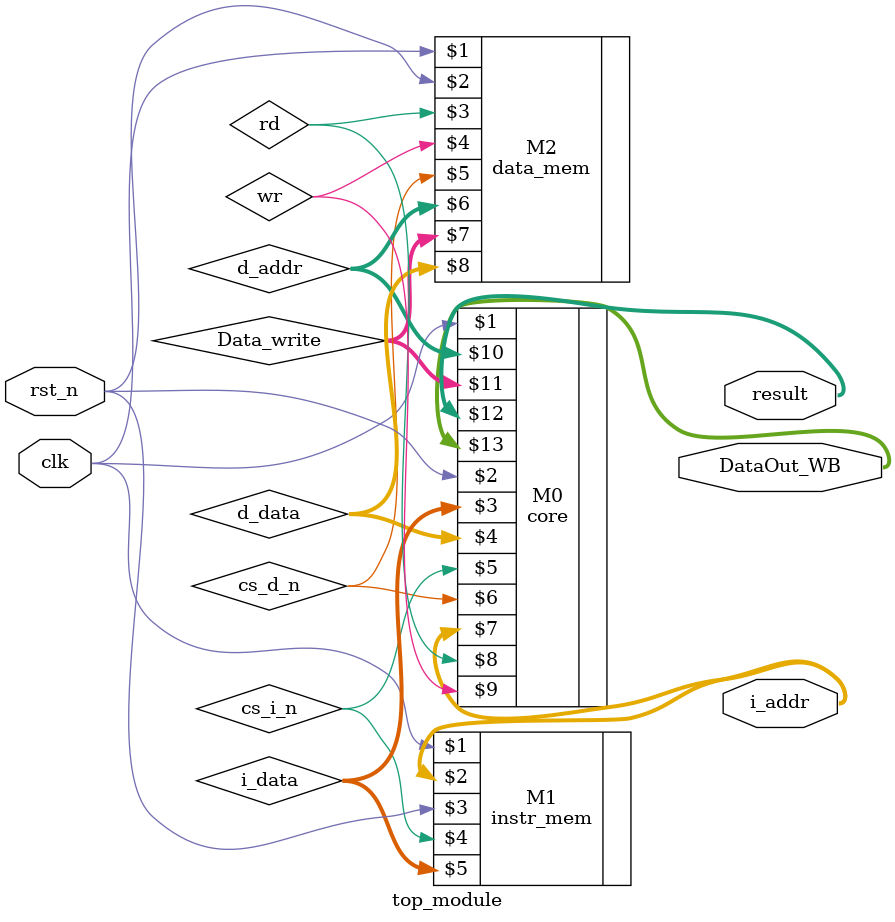
<source format=v>
`timescale 1ns / 1ps
`default_nettype none

module top_module(
input wire clk,
input wire rst_n,
output wire [31:0] i_addr,
output wire [31:0] result,
output wire [31:0] DataOut_WB
);

wire [31:0] i_data;
wire [31:0] d_data;
wire cs_i_n;
wire cs_d_n;
wire rd;
wire wr;
//wire [31:0] i_addr,
wire [31:0] d_addr;
wire [31:0] Data_write;

core M0(
clk,
rst_n,
i_data,
d_data,
cs_i_n,
cs_d_n,
i_addr,
rd,
wr,
d_addr,
Data_write,
result,
DataOut_WB
);

instr_mem M1(
clk,
i_addr,
rst_n,
cs_i_n,
i_data
);

data_mem M2(
clk,
rst_n,
rd,
wr,
cs_d_n,
d_addr,
Data_write,
d_data
);

endmodule
</source>
